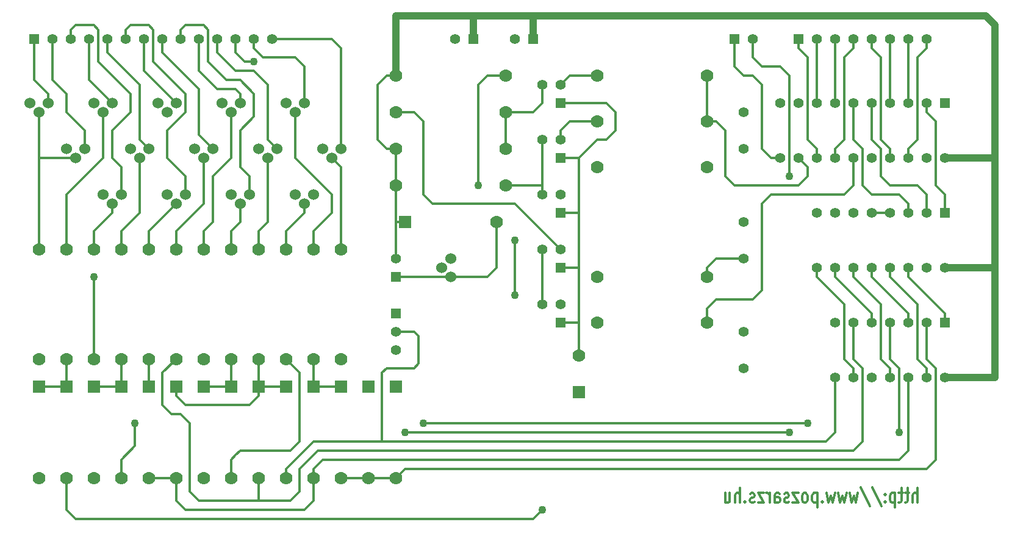
<source format=gbr>
G04 #@! TF.FileFunction,Copper,L2,Bot,Signal*
%FSLAX46Y46*%
G04 Gerber Fmt 4.6, Leading zero omitted, Abs format (unit mm)*
G04 Created by KiCad (PCBNEW 4.0.5+dfsg1-4+deb9u1) date Sun Sep  4 20:08:20 2022*
%MOMM*%
%LPD*%
G01*
G04 APERTURE LIST*
%ADD10C,0.100000*%
%ADD11C,0.304800*%
%ADD12C,1.397000*%
%ADD13R,1.778000X1.778000*%
%ADD14C,1.778000*%
%ADD15R,1.397000X1.397000*%
%ADD16C,1.524000*%
%ADD17C,1.099820*%
%ADD18C,0.350520*%
%ADD19C,1.000760*%
G04 APERTURE END LIST*
D10*
D11*
X210838140Y-135539238D02*
X210838140Y-133507238D01*
X210184997Y-135539238D02*
X210184997Y-134474857D01*
X210257568Y-134281333D01*
X210402711Y-134184571D01*
X210620426Y-134184571D01*
X210765568Y-134281333D01*
X210838140Y-134378095D01*
X209676997Y-134184571D02*
X209096426Y-134184571D01*
X209459283Y-133507238D02*
X209459283Y-135248952D01*
X209386711Y-135442476D01*
X209241569Y-135539238D01*
X209096426Y-135539238D01*
X208806140Y-134184571D02*
X208225569Y-134184571D01*
X208588426Y-133507238D02*
X208588426Y-135248952D01*
X208515854Y-135442476D01*
X208370712Y-135539238D01*
X208225569Y-135539238D01*
X207717569Y-134184571D02*
X207717569Y-136216571D01*
X207717569Y-134281333D02*
X207572426Y-134184571D01*
X207282140Y-134184571D01*
X207136997Y-134281333D01*
X207064426Y-134378095D01*
X206991855Y-134571619D01*
X206991855Y-135152190D01*
X207064426Y-135345714D01*
X207136997Y-135442476D01*
X207282140Y-135539238D01*
X207572426Y-135539238D01*
X207717569Y-135442476D01*
X206338712Y-135345714D02*
X206266140Y-135442476D01*
X206338712Y-135539238D01*
X206411283Y-135442476D01*
X206338712Y-135345714D01*
X206338712Y-135539238D01*
X206338712Y-134281333D02*
X206266140Y-134378095D01*
X206338712Y-134474857D01*
X206411283Y-134378095D01*
X206338712Y-134281333D01*
X206338712Y-134474857D01*
X204524426Y-133410476D02*
X205830712Y-136023048D01*
X202927855Y-133410476D02*
X204234141Y-136023048D01*
X202564999Y-134184571D02*
X202274713Y-135539238D01*
X201984427Y-134571619D01*
X201694142Y-135539238D01*
X201403856Y-134184571D01*
X200968428Y-134184571D02*
X200678142Y-135539238D01*
X200387856Y-134571619D01*
X200097571Y-135539238D01*
X199807285Y-134184571D01*
X199371857Y-134184571D02*
X199081571Y-135539238D01*
X198791285Y-134571619D01*
X198501000Y-135539238D01*
X198210714Y-134184571D01*
X197630143Y-135345714D02*
X197557571Y-135442476D01*
X197630143Y-135539238D01*
X197702714Y-135442476D01*
X197630143Y-135345714D01*
X197630143Y-135539238D01*
X196904429Y-134184571D02*
X196904429Y-136216571D01*
X196904429Y-134281333D02*
X196759286Y-134184571D01*
X196469000Y-134184571D01*
X196323857Y-134281333D01*
X196251286Y-134378095D01*
X196178715Y-134571619D01*
X196178715Y-135152190D01*
X196251286Y-135345714D01*
X196323857Y-135442476D01*
X196469000Y-135539238D01*
X196759286Y-135539238D01*
X196904429Y-135442476D01*
X195307858Y-135539238D02*
X195453000Y-135442476D01*
X195525572Y-135345714D01*
X195598143Y-135152190D01*
X195598143Y-134571619D01*
X195525572Y-134378095D01*
X195453000Y-134281333D01*
X195307858Y-134184571D01*
X195090143Y-134184571D01*
X194945000Y-134281333D01*
X194872429Y-134378095D01*
X194799858Y-134571619D01*
X194799858Y-135152190D01*
X194872429Y-135345714D01*
X194945000Y-135442476D01*
X195090143Y-135539238D01*
X195307858Y-135539238D01*
X194291858Y-134184571D02*
X193493572Y-134184571D01*
X194291858Y-135539238D01*
X193493572Y-135539238D01*
X192985572Y-135442476D02*
X192840429Y-135539238D01*
X192550144Y-135539238D01*
X192405001Y-135442476D01*
X192332429Y-135248952D01*
X192332429Y-135152190D01*
X192405001Y-134958667D01*
X192550144Y-134861905D01*
X192767858Y-134861905D01*
X192913001Y-134765143D01*
X192985572Y-134571619D01*
X192985572Y-134474857D01*
X192913001Y-134281333D01*
X192767858Y-134184571D01*
X192550144Y-134184571D01*
X192405001Y-134281333D01*
X191026144Y-135539238D02*
X191026144Y-134474857D01*
X191098715Y-134281333D01*
X191243858Y-134184571D01*
X191534144Y-134184571D01*
X191679287Y-134281333D01*
X191026144Y-135442476D02*
X191171287Y-135539238D01*
X191534144Y-135539238D01*
X191679287Y-135442476D01*
X191751858Y-135248952D01*
X191751858Y-135055429D01*
X191679287Y-134861905D01*
X191534144Y-134765143D01*
X191171287Y-134765143D01*
X191026144Y-134668381D01*
X190300430Y-135539238D02*
X190300430Y-134184571D01*
X190300430Y-134571619D02*
X190227858Y-134378095D01*
X190155287Y-134281333D01*
X190010144Y-134184571D01*
X189865001Y-134184571D01*
X189502144Y-134184571D02*
X188703858Y-134184571D01*
X189502144Y-135539238D01*
X188703858Y-135539238D01*
X188195858Y-135442476D02*
X188050715Y-135539238D01*
X187760430Y-135539238D01*
X187615287Y-135442476D01*
X187542715Y-135248952D01*
X187542715Y-135152190D01*
X187615287Y-134958667D01*
X187760430Y-134861905D01*
X187978144Y-134861905D01*
X188123287Y-134765143D01*
X188195858Y-134571619D01*
X188195858Y-134474857D01*
X188123287Y-134281333D01*
X187978144Y-134184571D01*
X187760430Y-134184571D01*
X187615287Y-134281333D01*
X186889573Y-135345714D02*
X186817001Y-135442476D01*
X186889573Y-135539238D01*
X186962144Y-135442476D01*
X186889573Y-135345714D01*
X186889573Y-135539238D01*
X186163859Y-135539238D02*
X186163859Y-133507238D01*
X185510716Y-135539238D02*
X185510716Y-134474857D01*
X185583287Y-134281333D01*
X185728430Y-134184571D01*
X185946145Y-134184571D01*
X186091287Y-134281333D01*
X186163859Y-134378095D01*
X184131859Y-134184571D02*
X184131859Y-135539238D01*
X184785002Y-134184571D02*
X184785002Y-135248952D01*
X184712430Y-135442476D01*
X184567288Y-135539238D01*
X184349573Y-135539238D01*
X184204430Y-135442476D01*
X184131859Y-135345714D01*
D12*
X186690000Y-81280000D03*
X186690000Y-86360000D03*
X186690000Y-96520000D03*
X186690000Y-101600000D03*
X186690000Y-111760000D03*
X186690000Y-116840000D03*
D13*
X163830000Y-120142000D03*
D14*
X163830000Y-115062000D03*
X134620000Y-132080000D03*
D13*
X134620000Y-119380000D03*
D14*
X130810000Y-132080000D03*
D13*
X130810000Y-119380000D03*
D14*
X138430000Y-132080000D03*
D13*
X138430000Y-119380000D03*
D14*
X107950000Y-132080000D03*
D13*
X107950000Y-119380000D03*
D14*
X127000000Y-132080000D03*
D13*
X127000000Y-119380000D03*
D14*
X104140000Y-132080000D03*
D13*
X104140000Y-119380000D03*
D14*
X115570000Y-132080000D03*
D13*
X115570000Y-119380000D03*
D14*
X96520000Y-132080000D03*
D13*
X96520000Y-119380000D03*
D14*
X111760000Y-132080000D03*
D13*
X111760000Y-119380000D03*
D14*
X100330000Y-132080000D03*
D13*
X100330000Y-119380000D03*
D14*
X119380000Y-132080000D03*
D13*
X119380000Y-119380000D03*
D14*
X88900000Y-132080000D03*
D13*
X88900000Y-119380000D03*
D14*
X92710000Y-132080000D03*
D13*
X92710000Y-119380000D03*
D14*
X123190000Y-132080000D03*
D13*
X123190000Y-119380000D03*
D14*
X152400000Y-96520000D03*
D13*
X139700000Y-96520000D03*
D15*
X214630000Y-110490000D03*
D12*
X212090000Y-110490000D03*
X209550000Y-110490000D03*
X207010000Y-110490000D03*
X204470000Y-110490000D03*
X201930000Y-110490000D03*
X199390000Y-110490000D03*
X199390000Y-118110000D03*
X201930000Y-118110000D03*
X204470000Y-118110000D03*
X207010000Y-118110000D03*
X209550000Y-118110000D03*
X212090000Y-118110000D03*
X214630000Y-118110000D03*
D15*
X214630000Y-95250000D03*
D12*
X212090000Y-95250000D03*
X209550000Y-95250000D03*
X207010000Y-95250000D03*
X204470000Y-95250000D03*
X201930000Y-95250000D03*
X199390000Y-95250000D03*
X196850000Y-95250000D03*
X196850000Y-102870000D03*
X199390000Y-102870000D03*
X201930000Y-102870000D03*
X204470000Y-102870000D03*
X207010000Y-102870000D03*
X209550000Y-102870000D03*
X212090000Y-102870000D03*
X214630000Y-102870000D03*
D15*
X214630000Y-80010000D03*
D12*
X212090000Y-80010000D03*
X209550000Y-80010000D03*
X207010000Y-80010000D03*
X204470000Y-80010000D03*
X201930000Y-80010000D03*
X199390000Y-80010000D03*
X196850000Y-80010000D03*
X194310000Y-80010000D03*
X191770000Y-80010000D03*
X191770000Y-87630000D03*
X194310000Y-87630000D03*
X196850000Y-87630000D03*
X199390000Y-87630000D03*
X201930000Y-87630000D03*
X204470000Y-87630000D03*
X207010000Y-87630000D03*
X209550000Y-87630000D03*
X212090000Y-87630000D03*
X214630000Y-87630000D03*
D14*
X153670000Y-81280000D03*
X138430000Y-81280000D03*
X138430000Y-86360000D03*
X153670000Y-86360000D03*
X138430000Y-91440000D03*
X153670000Y-91440000D03*
X181610000Y-110490000D03*
X166370000Y-110490000D03*
X181610000Y-104140000D03*
X166370000Y-104140000D03*
X181610000Y-76200000D03*
X166370000Y-76200000D03*
X138430000Y-76200000D03*
X153670000Y-76200000D03*
X181610000Y-82550000D03*
X166370000Y-82550000D03*
D15*
X138430000Y-104140000D03*
D12*
X138430000Y-101600000D03*
D15*
X138430000Y-109220000D03*
D12*
X138430000Y-111760000D03*
X138430000Y-114300000D03*
D16*
X125730000Y-93980000D03*
X127000000Y-92710000D03*
X124460000Y-92710000D03*
X102870000Y-87630000D03*
X104140000Y-86360000D03*
X101600000Y-86360000D03*
X129540000Y-87630000D03*
X130810000Y-86360000D03*
X128270000Y-86360000D03*
X111760000Y-87630000D03*
X113030000Y-86360000D03*
X110490000Y-86360000D03*
X97790000Y-81280000D03*
X99060000Y-80010000D03*
X96520000Y-80010000D03*
X120650000Y-87630000D03*
X121920000Y-86360000D03*
X119380000Y-86360000D03*
X107950000Y-93980000D03*
X109220000Y-92710000D03*
X106680000Y-92710000D03*
X124460000Y-81280000D03*
X125730000Y-80010000D03*
X123190000Y-80010000D03*
X116840000Y-93980000D03*
X118110000Y-92710000D03*
X115570000Y-92710000D03*
X99060000Y-93980000D03*
X100330000Y-92710000D03*
X97790000Y-92710000D03*
X93980000Y-87630000D03*
X95250000Y-86360000D03*
X92710000Y-86360000D03*
X88900000Y-81280000D03*
X90170000Y-80010000D03*
X87630000Y-80010000D03*
X144780000Y-102870000D03*
X146050000Y-104140000D03*
X146050000Y-101600000D03*
X115570000Y-81280000D03*
X116840000Y-80010000D03*
X114300000Y-80010000D03*
X106680000Y-81280000D03*
X107950000Y-80010000D03*
X105410000Y-80010000D03*
D15*
X88265000Y-71120000D03*
D12*
X90805000Y-71120000D03*
X93345000Y-71120000D03*
X95885000Y-71120000D03*
X98425000Y-71120000D03*
X100965000Y-71120000D03*
X103505000Y-71120000D03*
X106045000Y-71120000D03*
X108585000Y-71120000D03*
X111125000Y-71120000D03*
X113665000Y-71120000D03*
X116205000Y-71120000D03*
X118745000Y-71120000D03*
X121285000Y-71120000D03*
D15*
X149225000Y-71120000D03*
D12*
X146685000Y-71120000D03*
D15*
X194310000Y-71120000D03*
D12*
X196850000Y-71120000D03*
X199390000Y-71120000D03*
X201930000Y-71120000D03*
X204470000Y-71120000D03*
X207010000Y-71120000D03*
X209550000Y-71120000D03*
X212090000Y-71120000D03*
D15*
X185420000Y-71120000D03*
D12*
X187960000Y-71120000D03*
D15*
X157480000Y-71120000D03*
D12*
X154940000Y-71120000D03*
D15*
X161290000Y-102870000D03*
D12*
X161290000Y-100330000D03*
X158750000Y-100330000D03*
D15*
X161290000Y-110490000D03*
D12*
X161290000Y-107950000D03*
X158750000Y-107950000D03*
D15*
X161290000Y-87630000D03*
D12*
X161290000Y-85090000D03*
X158750000Y-85090000D03*
D15*
X161290000Y-95250000D03*
D12*
X161290000Y-92710000D03*
X158750000Y-92710000D03*
D15*
X161290000Y-80010000D03*
D12*
X161290000Y-77470000D03*
X158750000Y-77470000D03*
D14*
X111760000Y-100330000D03*
X111760000Y-115570000D03*
X88900000Y-115570000D03*
X88900000Y-100330000D03*
X181610000Y-88900000D03*
X166370000Y-88900000D03*
X96520000Y-115570000D03*
X96520000Y-100330000D03*
X92710000Y-115570000D03*
X92710000Y-100330000D03*
X107950000Y-115570000D03*
X107950000Y-100330000D03*
X130810000Y-115570000D03*
X130810000Y-100330000D03*
X100330000Y-100330000D03*
X100330000Y-115570000D03*
X123190000Y-115570000D03*
X123190000Y-100330000D03*
X119380000Y-115570000D03*
X119380000Y-100330000D03*
X104140000Y-115570000D03*
X104140000Y-100330000D03*
X127000000Y-115570000D03*
X127000000Y-100330000D03*
X115570000Y-115570000D03*
X115570000Y-100330000D03*
D17*
X118745000Y-74295000D03*
X193040000Y-90170000D03*
X208280000Y-125730000D03*
X193040000Y-125730000D03*
X139700000Y-125730000D03*
X195580000Y-124460000D03*
X142240000Y-124460000D03*
X102235000Y-124460000D03*
X158750000Y-107950000D03*
X158750000Y-136525000D03*
X149860000Y-91440000D03*
X154940000Y-99060000D03*
X154940000Y-106680000D03*
X96520000Y-104140000D03*
D18*
X116205000Y-73025000D02*
X117475000Y-74295000D01*
X117475000Y-74295000D02*
X118745000Y-74295000D01*
X116205000Y-71120000D02*
X116205000Y-73025000D01*
X113665000Y-73025000D02*
X116205000Y-75565000D01*
X116205000Y-75565000D02*
X118745000Y-75565000D01*
X118745000Y-75565000D02*
X120650000Y-77470000D01*
X120650000Y-77470000D02*
X120650000Y-85090000D01*
X120650000Y-85090000D02*
X121920000Y-86360000D01*
X113665000Y-71120000D02*
X113665000Y-73025000D01*
X118745000Y-72390000D02*
X120015000Y-73660000D01*
X120015000Y-73660000D02*
X124460000Y-73660000D01*
X124460000Y-73660000D02*
X125730000Y-74930000D01*
X125730000Y-74930000D02*
X125730000Y-79375000D01*
X125730000Y-79375000D02*
X125730000Y-80010000D01*
X118745000Y-71120000D02*
X118745000Y-72390000D01*
X129540000Y-71120000D02*
X130810000Y-72390000D01*
X130810000Y-72390000D02*
X130810000Y-77470000D01*
X121285000Y-71120000D02*
X129540000Y-71120000D01*
X111125000Y-75565000D02*
X113665000Y-78105000D01*
X113665000Y-78105000D02*
X116205000Y-78105000D01*
X116205000Y-78105000D02*
X116840000Y-78740000D01*
X116840000Y-78740000D02*
X116840000Y-80010000D01*
X111125000Y-71120000D02*
X111125000Y-75565000D01*
X116840000Y-76835000D02*
X118745000Y-78740000D01*
X114935000Y-76835000D02*
X116840000Y-76835000D01*
X112395000Y-74295000D02*
X114935000Y-76835000D01*
X108585000Y-69850000D02*
X109220000Y-69215000D01*
X109220000Y-69215000D02*
X111760000Y-69215000D01*
X111760000Y-69215000D02*
X112395000Y-69850000D01*
X112395000Y-69850000D02*
X112395000Y-74295000D01*
X118110000Y-90170000D02*
X118110000Y-92710000D01*
X118110000Y-90170000D02*
X116840000Y-88900000D01*
X116840000Y-88900000D02*
X116840000Y-83820000D01*
X116840000Y-83820000D02*
X118745000Y-81915000D01*
X118745000Y-81915000D02*
X118745000Y-78740000D01*
X108585000Y-71120000D02*
X108585000Y-69850000D01*
X106045000Y-73025000D02*
X111125000Y-78105000D01*
X111125000Y-78105000D02*
X111125000Y-84455000D01*
X111125000Y-84455000D02*
X113030000Y-86360000D01*
X106045000Y-71120000D02*
X106045000Y-73025000D01*
X98425000Y-73025000D02*
X102870000Y-77470000D01*
X102870000Y-77470000D02*
X102870000Y-85090000D01*
X102870000Y-85090000D02*
X104140000Y-86360000D01*
X98425000Y-71120000D02*
X98425000Y-73025000D01*
X103505000Y-75565000D02*
X105410000Y-77470000D01*
X103505000Y-71120000D02*
X103505000Y-75565000D01*
X105410000Y-77470000D02*
X104775000Y-76835000D01*
X107950000Y-80010000D02*
X105410000Y-77470000D01*
X104775000Y-74295000D02*
X109220000Y-78740000D01*
X100965000Y-69850000D02*
X101600000Y-69215000D01*
X101600000Y-69215000D02*
X104140000Y-69215000D01*
X104140000Y-69215000D02*
X104775000Y-69850000D01*
X104775000Y-69850000D02*
X104775000Y-74295000D01*
X109220000Y-78740000D02*
X109220000Y-81280000D01*
X109220000Y-81280000D02*
X106680000Y-83820000D01*
X106680000Y-83820000D02*
X106680000Y-87630000D01*
X106680000Y-87630000D02*
X109220000Y-90170000D01*
X109220000Y-90170000D02*
X109220000Y-92710000D01*
X100965000Y-71120000D02*
X100965000Y-69850000D01*
X100330000Y-88900000D02*
X99060000Y-87630000D01*
X99060000Y-87630000D02*
X99060000Y-83820000D01*
X99060000Y-83820000D02*
X101600000Y-81280000D01*
X101600000Y-81280000D02*
X101600000Y-78740000D01*
X101600000Y-78740000D02*
X97155000Y-74295000D01*
X97155000Y-74295000D02*
X97155000Y-69850000D01*
X97155000Y-69850000D02*
X96520000Y-69215000D01*
X96520000Y-69215000D02*
X93980000Y-69215000D01*
X93980000Y-69215000D02*
X93345000Y-69850000D01*
X93345000Y-69850000D02*
X93345000Y-71120000D01*
X100330000Y-92710000D02*
X100330000Y-88900000D01*
X130810000Y-77470000D02*
X130810000Y-86360000D01*
X95885000Y-71120000D02*
X95885000Y-76835000D01*
X95885000Y-76835000D02*
X99060000Y-80010000D01*
X95250000Y-83820000D02*
X95250000Y-86360000D01*
X92710000Y-81280000D02*
X95250000Y-83820000D01*
X92710000Y-78740000D02*
X92710000Y-81280000D01*
X90805000Y-76835000D02*
X92710000Y-78740000D01*
X88265000Y-71120000D02*
X88265000Y-76835000D01*
X90170000Y-78740000D02*
X90170000Y-80010000D01*
X88265000Y-76835000D02*
X90170000Y-78740000D01*
X90805000Y-71120000D02*
X90805000Y-76835000D01*
X209550000Y-80010000D02*
X209550000Y-71120000D01*
X210820000Y-73660000D02*
X212090000Y-72390000D01*
X212090000Y-72390000D02*
X212090000Y-71120000D01*
X209550000Y-87630000D02*
X209550000Y-86360000D01*
X209550000Y-86360000D02*
X210820000Y-85090000D01*
X210820000Y-85090000D02*
X210820000Y-73660000D01*
X207010000Y-71120000D02*
X207010000Y-80010000D01*
X204470000Y-72390000D02*
X205740000Y-73660000D01*
X205740000Y-73660000D02*
X205740000Y-85090000D01*
X205740000Y-85090000D02*
X207010000Y-86360000D01*
X207010000Y-86360000D02*
X207010000Y-87630000D01*
X204470000Y-71120000D02*
X204470000Y-72390000D01*
X196850000Y-71120000D02*
X196850000Y-80010000D01*
X199390000Y-80010000D02*
X199390000Y-71120000D01*
X201930000Y-72390000D02*
X200660000Y-73660000D01*
X200660000Y-73660000D02*
X200660000Y-85090000D01*
X200660000Y-85090000D02*
X199390000Y-86360000D01*
X199390000Y-86360000D02*
X199390000Y-87630000D01*
X201930000Y-71120000D02*
X201930000Y-72390000D01*
X196850000Y-86360000D02*
X195580000Y-85090000D01*
X195580000Y-85090000D02*
X195580000Y-73660000D01*
X195580000Y-73660000D02*
X194310000Y-72390000D01*
X194310000Y-72390000D02*
X194310000Y-71120000D01*
X196850000Y-87630000D02*
X196850000Y-86360000D01*
X190500000Y-87630000D02*
X189230000Y-86360000D01*
X189230000Y-86360000D02*
X189230000Y-77470000D01*
X189230000Y-77470000D02*
X187960000Y-76200000D01*
X187960000Y-76200000D02*
X186690000Y-76200000D01*
X186690000Y-76200000D02*
X185420000Y-74930000D01*
X185420000Y-74930000D02*
X185420000Y-71120000D01*
X191770000Y-87630000D02*
X190500000Y-87630000D01*
X193040000Y-90170000D02*
X193040000Y-77470000D01*
X193040000Y-77470000D02*
X193040000Y-76200000D01*
X193040000Y-76200000D02*
X191770000Y-74930000D01*
X191770000Y-74930000D02*
X189230000Y-74930000D01*
X189230000Y-74930000D02*
X187960000Y-73660000D01*
X187960000Y-73660000D02*
X187960000Y-71120000D01*
X162560000Y-110490000D02*
X163830000Y-110490000D01*
X163830000Y-110490000D02*
X163830000Y-115062000D01*
X163830000Y-109220000D02*
X163830000Y-110490000D01*
X162560000Y-95250000D02*
X163830000Y-95250000D01*
X162560000Y-102870000D02*
X163830000Y-102870000D01*
X163830000Y-102870000D02*
X163830000Y-104140000D01*
X163830000Y-95250000D02*
X163830000Y-102870000D01*
X163830000Y-93980000D02*
X163830000Y-95250000D01*
X165100000Y-86360000D02*
X166370000Y-85090000D01*
X166370000Y-85090000D02*
X167640000Y-85090000D01*
X167640000Y-85090000D02*
X168910000Y-83820000D01*
X168910000Y-83820000D02*
X168910000Y-81280000D01*
X168910000Y-81280000D02*
X167640000Y-80010000D01*
X167640000Y-80010000D02*
X161290000Y-80010000D01*
X163830000Y-87630000D02*
X165100000Y-86360000D01*
X161290000Y-87630000D02*
X163830000Y-87630000D01*
X163830000Y-87630000D02*
X163830000Y-88900000D01*
X207010000Y-95250000D02*
X204470000Y-95250000D01*
X163830000Y-93980000D02*
X163830000Y-88900000D01*
X161290000Y-95250000D02*
X162560000Y-95250000D01*
X161290000Y-110490000D02*
X162560000Y-110490000D01*
X163830000Y-109220000D02*
X163830000Y-104140000D01*
X162560000Y-102870000D02*
X161290000Y-102870000D01*
D19*
X214630000Y-87630000D02*
X221615000Y-87630000D01*
X214630000Y-102870000D02*
X221615000Y-102870000D01*
X221615000Y-102870000D02*
X221615000Y-118110000D01*
X221615000Y-118110000D02*
X214630000Y-118110000D01*
X221615000Y-87630000D02*
X221615000Y-102870000D01*
X221615000Y-69215000D02*
X221615000Y-74930000D01*
X220345000Y-67945000D02*
X221615000Y-69215000D01*
X199390000Y-67945000D02*
X220345000Y-67945000D01*
X157480000Y-67945000D02*
X199390000Y-67945000D01*
X149225000Y-67945000D02*
X157480000Y-67945000D01*
X146685000Y-67945000D02*
X149225000Y-67945000D01*
X138430000Y-67945000D02*
X146685000Y-67945000D01*
X221615000Y-74930000D02*
X221615000Y-87630000D01*
X138430000Y-76200000D02*
X138430000Y-67945000D01*
D18*
X138430000Y-86360000D02*
X138430000Y-91440000D01*
X138430000Y-96520000D02*
X138430000Y-101600000D01*
X138430000Y-91440000D02*
X138430000Y-96520000D01*
X139700000Y-96520000D02*
X138430000Y-96520000D01*
X137160000Y-86360000D02*
X135890000Y-85090000D01*
X135890000Y-85090000D02*
X135890000Y-77470000D01*
X135890000Y-77470000D02*
X137160000Y-76200000D01*
X137160000Y-76200000D02*
X138430000Y-76200000D01*
X138430000Y-86360000D02*
X137160000Y-86360000D01*
X182880000Y-101600000D02*
X181610000Y-102870000D01*
X181610000Y-102870000D02*
X181610000Y-104140000D01*
X186690000Y-101600000D02*
X182880000Y-101600000D01*
D19*
X157480000Y-71120000D02*
X157480000Y-67945000D01*
X149225000Y-71120000D02*
X149225000Y-67945000D01*
D18*
X134620000Y-132080000D02*
X138430000Y-132080000D01*
X130810000Y-132080000D02*
X134620000Y-132080000D01*
X213360000Y-116840000D02*
X212090000Y-115570000D01*
X213360000Y-129540000D02*
X213360000Y-116840000D01*
X138430000Y-132080000D02*
X139700000Y-130810000D01*
X212090000Y-130810000D02*
X213360000Y-129540000D01*
X139700000Y-130810000D02*
X212090000Y-130810000D01*
X212090000Y-115570000D02*
X212090000Y-110490000D01*
X111760000Y-119380000D02*
X115570000Y-119380000D01*
X115570000Y-115570000D02*
X115570000Y-119380000D01*
X127000000Y-115570000D02*
X127000000Y-119380000D01*
X127000000Y-119380000D02*
X130810000Y-119380000D01*
X104140000Y-115570000D02*
X104140000Y-119380000D01*
X209550000Y-128270000D02*
X208280000Y-129540000D01*
X209550000Y-128270000D02*
X209550000Y-127000000D01*
X209550000Y-127000000D02*
X209550000Y-118110000D01*
X128270000Y-129540000D02*
X207645000Y-129540000D01*
X127000000Y-130810000D02*
X128270000Y-129540000D01*
X207645000Y-129540000D02*
X208280000Y-129540000D01*
X127000000Y-132080000D02*
X127000000Y-130810000D01*
X125730000Y-136525000D02*
X109220000Y-136525000D01*
X104140000Y-132080000D02*
X107950000Y-132080000D01*
X127000000Y-132080000D02*
X127000000Y-134620000D01*
X127000000Y-134620000D02*
X127000000Y-135255000D01*
X127000000Y-135255000D02*
X125730000Y-136525000D01*
X107950000Y-135255000D02*
X107950000Y-132080000D01*
X109220000Y-136525000D02*
X107950000Y-135255000D01*
X107950000Y-120650000D02*
X109220000Y-121920000D01*
X109220000Y-121920000D02*
X118110000Y-121920000D01*
X118110000Y-121920000D02*
X119380000Y-120650000D01*
X119380000Y-120650000D02*
X119380000Y-119380000D01*
X107950000Y-119380000D02*
X107950000Y-120650000D01*
X123190000Y-119380000D02*
X119380000Y-119380000D01*
X119380000Y-115570000D02*
X119380000Y-119380000D01*
X208280000Y-116840000D02*
X208280000Y-125730000D01*
X207010000Y-115570000D02*
X208280000Y-116840000D01*
X193040000Y-125730000D02*
X152400000Y-125730000D01*
X152400000Y-125730000D02*
X139700000Y-125730000D01*
X207010000Y-110490000D02*
X207010000Y-115570000D01*
X125095000Y-125730000D02*
X125095000Y-117475000D01*
X125095000Y-127000000D02*
X125095000Y-125730000D01*
X123825000Y-128270000D02*
X125095000Y-127000000D01*
X116840000Y-128270000D02*
X123825000Y-128270000D01*
X116205000Y-128905000D02*
X116840000Y-128270000D01*
X115570000Y-132080000D02*
X115570000Y-129540000D01*
X125095000Y-117475000D02*
X123190000Y-115570000D01*
X115570000Y-129540000D02*
X116205000Y-128905000D01*
X100330000Y-115570000D02*
X100330000Y-119380000D01*
X96520000Y-119380000D02*
X100330000Y-119380000D01*
X179070000Y-124460000D02*
X142240000Y-124460000D01*
X179070000Y-124460000D02*
X195580000Y-124460000D01*
X102235000Y-124460000D02*
X102235000Y-127635000D01*
X100330000Y-129540000D02*
X102235000Y-127635000D01*
X100330000Y-132080000D02*
X100330000Y-129540000D01*
X106045000Y-117475000D02*
X106045000Y-121920000D01*
X106045000Y-121920000D02*
X107315000Y-123190000D01*
X107315000Y-123190000D02*
X108585000Y-123190000D01*
X108585000Y-123190000D02*
X109855000Y-124460000D01*
X107950000Y-115570000D02*
X106045000Y-117475000D01*
X119380000Y-135255000D02*
X119380000Y-133985000D01*
X119380000Y-135255000D02*
X118110000Y-135255000D01*
X120650000Y-135255000D02*
X119380000Y-135255000D01*
X120650000Y-135255000D02*
X123825000Y-135255000D01*
X123825000Y-135255000D02*
X125095000Y-133985000D01*
X125095000Y-133985000D02*
X125095000Y-130810000D01*
X125095000Y-130810000D02*
X127635000Y-128270000D01*
X127635000Y-128270000D02*
X201930000Y-128270000D01*
X201930000Y-128270000D02*
X203200000Y-127000000D01*
X203200000Y-127000000D02*
X203200000Y-116840000D01*
X203200000Y-116840000D02*
X201930000Y-115570000D01*
X201930000Y-115570000D02*
X201930000Y-110490000D01*
X119380000Y-133985000D02*
X119380000Y-132080000D01*
X111125000Y-135255000D02*
X118110000Y-135255000D01*
X109855000Y-130175000D02*
X109855000Y-133985000D01*
X109855000Y-124460000D02*
X109855000Y-130175000D01*
X109855000Y-133985000D02*
X111125000Y-135255000D01*
X88900000Y-119380000D02*
X92710000Y-119380000D01*
X92710000Y-115570000D02*
X92710000Y-119380000D01*
X158750000Y-107315000D02*
X158750000Y-107950000D01*
X158750000Y-107950000D02*
X158750000Y-107315000D01*
X92710000Y-136525000D02*
X93980000Y-137795000D01*
X93980000Y-137795000D02*
X157480000Y-137795000D01*
X157480000Y-137795000D02*
X158750000Y-136525000D01*
X92710000Y-132080000D02*
X92710000Y-136525000D01*
X151130000Y-76200000D02*
X149860000Y-77470000D01*
X149860000Y-77470000D02*
X149860000Y-91440000D01*
X153670000Y-76200000D02*
X151130000Y-76200000D01*
X158750000Y-107950000D02*
X158750000Y-100330000D01*
X136525000Y-127000000D02*
X136525000Y-125730000D01*
X124460000Y-129540000D02*
X125730000Y-128270000D01*
X123190000Y-130810000D02*
X124460000Y-129540000D01*
X141605000Y-112395000D02*
X140970000Y-111760000D01*
X141605000Y-116205000D02*
X141605000Y-112395000D01*
X140970000Y-116840000D02*
X141605000Y-116205000D01*
X137160000Y-116840000D02*
X140970000Y-116840000D01*
X136525000Y-117475000D02*
X137160000Y-116840000D01*
X136525000Y-125730000D02*
X136525000Y-117475000D01*
X140970000Y-111760000D02*
X138430000Y-111760000D01*
X123190000Y-132080000D02*
X123190000Y-130810000D01*
X127000000Y-127000000D02*
X125730000Y-128270000D01*
X136525000Y-127000000D02*
X127000000Y-127000000D01*
X146050000Y-127000000D02*
X196850000Y-127000000D01*
X196850000Y-127000000D02*
X197485000Y-127000000D01*
X197485000Y-127000000D02*
X198120000Y-127000000D01*
X198120000Y-127000000D02*
X199390000Y-125730000D01*
X199390000Y-125730000D02*
X199390000Y-118110000D01*
X136525000Y-127000000D02*
X146050000Y-127000000D01*
X151130000Y-104140000D02*
X146050000Y-104140000D01*
X152400000Y-96520000D02*
X152400000Y-102870000D01*
X146050000Y-104140000D02*
X138430000Y-104140000D01*
X152400000Y-102870000D02*
X151130000Y-104140000D01*
X209550000Y-102870000D02*
X209550000Y-104140000D01*
X209550000Y-104140000D02*
X214630000Y-109220000D01*
X214630000Y-109220000D02*
X214630000Y-110490000D01*
X209550000Y-110490000D02*
X209550000Y-109220000D01*
X209550000Y-109220000D02*
X204470000Y-104140000D01*
X204470000Y-104140000D02*
X204470000Y-102870000D01*
X204470000Y-109220000D02*
X204470000Y-110490000D01*
X199390000Y-104140000D02*
X204470000Y-109220000D01*
X199390000Y-102870000D02*
X199390000Y-104140000D01*
X201930000Y-116840000D02*
X201930000Y-118110000D01*
X196850000Y-102870000D02*
X196850000Y-104140000D01*
X200660000Y-107950000D02*
X200660000Y-115570000D01*
X196850000Y-104140000D02*
X200660000Y-107950000D01*
X200660000Y-115570000D02*
X201930000Y-116840000D01*
X201930000Y-104140000D02*
X205740000Y-107950000D01*
X205740000Y-115570000D02*
X207010000Y-116840000D01*
X207010000Y-116840000D02*
X207010000Y-118110000D01*
X205740000Y-107950000D02*
X205740000Y-115570000D01*
X201930000Y-102870000D02*
X201930000Y-104140000D01*
X212090000Y-116840000D02*
X212090000Y-118110000D01*
X210820000Y-115570000D02*
X212090000Y-116840000D01*
X210820000Y-107950000D02*
X210820000Y-115570000D01*
X207010000Y-104140000D02*
X210820000Y-107950000D01*
X207010000Y-102870000D02*
X207010000Y-104140000D01*
X213360000Y-82550000D02*
X213360000Y-91440000D01*
X212090000Y-81280000D02*
X213360000Y-82550000D01*
X212090000Y-80010000D02*
X212090000Y-81280000D01*
X213360000Y-91440000D02*
X214630000Y-92710000D01*
X214630000Y-92710000D02*
X214630000Y-95250000D01*
X204470000Y-85090000D02*
X204470000Y-80010000D01*
X210820000Y-91440000D02*
X207010000Y-91440000D01*
X212090000Y-92710000D02*
X210820000Y-91440000D01*
X207010000Y-91440000D02*
X205740000Y-90170000D01*
X205740000Y-90170000D02*
X205740000Y-86360000D01*
X205740000Y-86360000D02*
X204470000Y-85090000D01*
X212090000Y-95250000D02*
X212090000Y-92710000D01*
X208280000Y-92710000D02*
X209550000Y-93980000D01*
X209550000Y-93980000D02*
X209550000Y-95250000D01*
X204470000Y-92710000D02*
X208280000Y-92710000D01*
X201930000Y-85090000D02*
X203200000Y-86360000D01*
X201930000Y-80010000D02*
X201930000Y-85090000D01*
X203200000Y-86360000D02*
X203200000Y-91440000D01*
X203200000Y-91440000D02*
X204470000Y-92710000D01*
X181610000Y-82550000D02*
X181610000Y-76200000D01*
X184150000Y-83820000D02*
X182880000Y-82550000D01*
X182880000Y-82550000D02*
X181610000Y-82550000D01*
X194310000Y-87630000D02*
X195580000Y-88900000D01*
X185420000Y-91440000D02*
X184150000Y-90170000D01*
X194310000Y-91440000D02*
X185420000Y-91440000D01*
X195580000Y-90170000D02*
X194310000Y-91440000D01*
X195580000Y-88900000D02*
X195580000Y-90170000D01*
X184150000Y-90170000D02*
X184150000Y-83820000D01*
X181610000Y-108585000D02*
X182880000Y-107315000D01*
X182880000Y-107315000D02*
X187960000Y-107315000D01*
X187960000Y-107315000D02*
X189230000Y-106045000D01*
X189230000Y-106045000D02*
X189230000Y-93980000D01*
X189230000Y-93980000D02*
X190500000Y-92710000D01*
X190500000Y-92710000D02*
X200660000Y-92710000D01*
X200660000Y-92710000D02*
X201930000Y-91440000D01*
X201930000Y-91440000D02*
X201930000Y-87630000D01*
X181610000Y-110490000D02*
X181610000Y-108585000D01*
X158750000Y-77470000D02*
X158750000Y-80010000D01*
X153670000Y-81280000D02*
X153670000Y-86360000D01*
X158750000Y-80010000D02*
X157480000Y-81280000D01*
X157480000Y-81280000D02*
X153670000Y-81280000D01*
X140970000Y-81280000D02*
X138430000Y-81280000D01*
X161290000Y-100330000D02*
X154940000Y-93980000D01*
X154940000Y-93980000D02*
X143510000Y-93980000D01*
X143510000Y-93980000D02*
X142240000Y-92710000D01*
X142240000Y-92710000D02*
X142240000Y-82550000D01*
X142240000Y-82550000D02*
X140970000Y-81280000D01*
X154940000Y-99060000D02*
X154940000Y-106680000D01*
X96520000Y-104140000D02*
X96520000Y-115570000D01*
X158750000Y-91440000D02*
X158750000Y-85090000D01*
X158750000Y-92710000D02*
X158750000Y-91440000D01*
X153670000Y-91440000D02*
X158750000Y-91440000D01*
X166370000Y-76200000D02*
X162560000Y-76200000D01*
X162560000Y-76200000D02*
X161290000Y-77470000D01*
X166370000Y-82550000D02*
X162560000Y-82550000D01*
X162560000Y-82550000D02*
X161290000Y-83820000D01*
X161290000Y-83820000D02*
X161290000Y-85090000D01*
X123190000Y-97790000D02*
X125730000Y-95250000D01*
X125730000Y-95250000D02*
X125730000Y-93980000D01*
X123190000Y-100330000D02*
X123190000Y-97790000D01*
X100330000Y-100330000D02*
X100330000Y-97790000D01*
X102870000Y-95250000D02*
X102870000Y-87630000D01*
X100330000Y-97790000D02*
X102870000Y-95250000D01*
X130810000Y-88900000D02*
X129540000Y-87630000D01*
X130810000Y-100330000D02*
X130810000Y-88900000D01*
X111760000Y-93980000D02*
X111760000Y-87630000D01*
X107950000Y-97790000D02*
X111760000Y-93980000D01*
X107950000Y-100330000D02*
X107950000Y-97790000D01*
X97790000Y-87630000D02*
X97790000Y-81280000D01*
X92710000Y-92710000D02*
X97790000Y-87630000D01*
X92710000Y-100330000D02*
X92710000Y-92710000D01*
X120650000Y-96520000D02*
X120650000Y-87630000D01*
X119380000Y-100330000D02*
X119380000Y-97790000D01*
X119380000Y-97790000D02*
X120650000Y-96520000D01*
X104140000Y-100330000D02*
X104140000Y-97790000D01*
X104140000Y-97790000D02*
X107950000Y-93980000D01*
X127000000Y-100330000D02*
X127000000Y-97790000D01*
X127000000Y-97790000D02*
X129540000Y-95250000D01*
X129540000Y-95250000D02*
X129540000Y-92710000D01*
X124460000Y-87630000D02*
X124460000Y-81280000D01*
X124460000Y-87630000D02*
X129540000Y-92710000D01*
X115570000Y-100330000D02*
X115570000Y-97790000D01*
X115570000Y-97790000D02*
X116840000Y-96520000D01*
X116840000Y-96520000D02*
X116840000Y-93980000D01*
X96520000Y-100330000D02*
X96520000Y-97790000D01*
X99060000Y-95250000D02*
X99060000Y-93980000D01*
X96520000Y-97790000D02*
X99060000Y-95250000D01*
X93980000Y-87630000D02*
X88900000Y-87630000D01*
X88900000Y-100330000D02*
X88900000Y-87630000D01*
X88900000Y-87630000D02*
X88900000Y-81280000D01*
X113030000Y-96520000D02*
X113030000Y-90170000D01*
X115570000Y-87630000D02*
X115570000Y-81280000D01*
X113030000Y-90170000D02*
X115570000Y-87630000D01*
X111760000Y-97790000D02*
X113030000Y-96520000D01*
X111760000Y-100330000D02*
X111760000Y-97790000D01*
M02*

</source>
